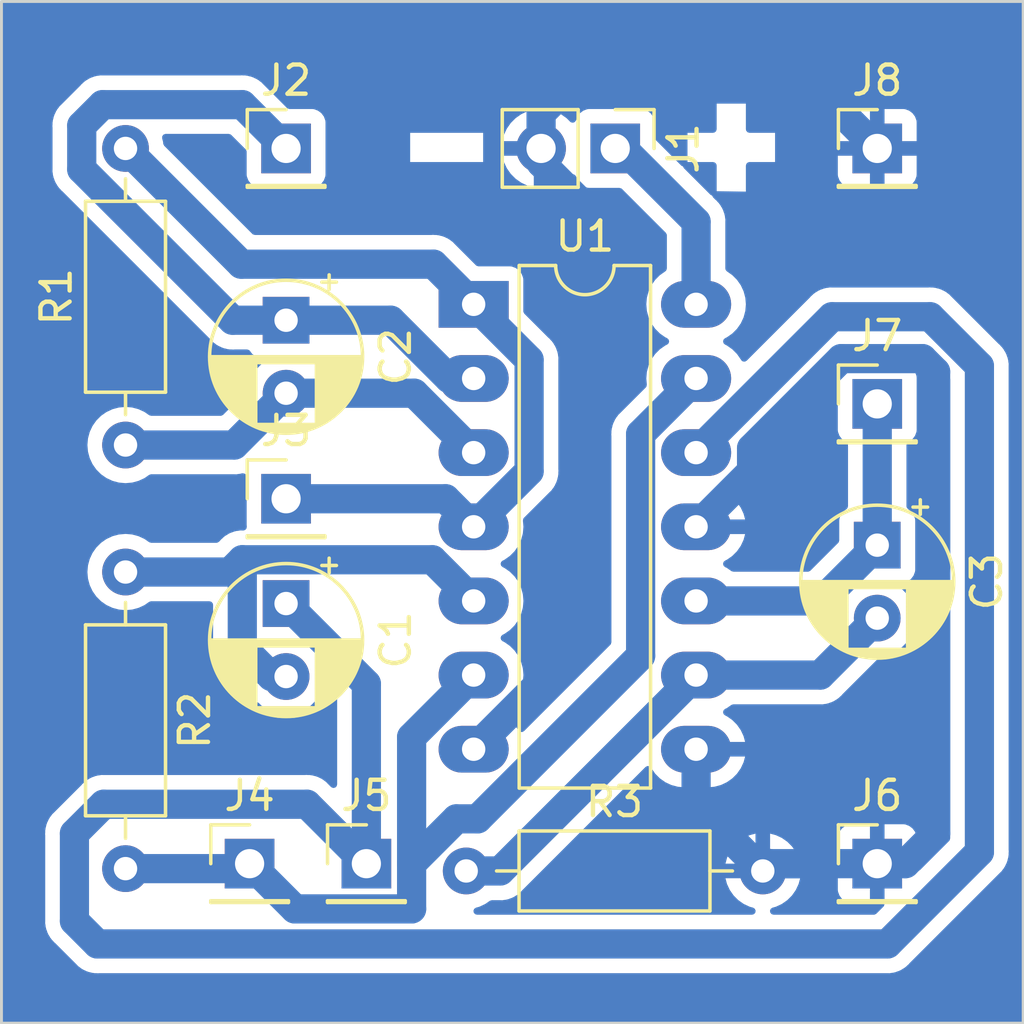
<source format=kicad_pcb>
(kicad_pcb (version 20221018) (generator pcbnew)
  (layers (0 "F.Cu" signal) (31 "B.Cu" signal) (34 "B.Paste" user) (35 "F.Paste" user) (36 "B.SilkS" user "B.Silkscreen") (37 "F.SilkS" user "F.Silkscreen") (38 "B.Mask" user) (39 "F.Mask" user) (44 "Edge.Cuts" user))
  (net 0 "")
  (net 1 "Net-(C1-Pad2)")
  (net 2 "Net-(C2-Pad2)")
  (net 3 "Net-(C3-Pad2)")
  (net 4 "Net-(J1-Pin_1)")
  (net 5 "Net-(J5-Pin_1)")
  (net 6 "Net-(J2-Pin_1)")
  (net 7 "Net-(J7-Pin_1)")
  (net 8 "Net-(J3-Pin_1)")
  (net 9 "Net-(J4-Pin_1)")
  (net 10 "Net-(J6-Pin_1)")
  (net 11 "GND")
  (footprint "Capacitor_THT:CP_Radial_D5.0mm_P2.50mm" (layer "F.Cu") (at 119.75 75.919888 -90)
    (fp_text reference "C2" (at 1.25 -3.75 90) (layer "F.SilkS"))
    (fp_text value "10u")
    (pad "1" thru_hole rect (at 0 0 270) (size 1.6 1.6) (drill 0.8) (layers "*.Cu" "*.Mask") (net 6 "Net-(J2-Pin_1)"))
    (pad "2" thru_hole circle (at 2.5 0 270) (size 1.6 1.6) (drill 0.8) (layers "*.Cu" "*.Mask") (net 2 "Net-(C2-Pad2)"))
  )
  (footprint "Connector_PinHeader_2.54mm:PinHeader_1x01_P2.54mm_Vertical" (layer "F.Cu") (at 119.75 82.035)
    (fp_text reference "J3" (at 0 -2.33) (layer "F.SilkS"))
    (fp_text value "Piezo+")
    (pad "1" thru_hole rect (at 0 0) (size 1.7 1.7) (drill 1) (layers "*.Cu" "*.Mask") (net 8 "Net-(J3-Pin_1)"))
  )
  (footprint "Connector_PinHeader_2.54mm:PinHeader_1x01_P2.54mm_Vertical" (layer "F.Cu") (at 118.5 94.535)
    (fp_text reference "J4" (at 0 -2.33) (layer "F.SilkS"))
    (fp_text value "Piezo+")
    (pad "1" thru_hole rect (at 0 0) (size 1.7 1.7) (drill 1) (layers "*.Cu" "*.Mask") (net 9 "Net-(J4-Pin_1)"))
  )
  (footprint "Connector_PinHeader_2.54mm:PinHeader_1x01_P2.54mm_Vertical" (layer "F.Cu") (at 122.5 94.535)
    (fp_text reference "J5" (at 0 -2.33) (layer "F.SilkS"))
    (fp_text value "Piezo+")
    (pad "1" thru_hole rect (at 0 0) (size 1.7 1.7) (drill 1) (layers "*.Cu" "*.Mask") (net 5 "Net-(J5-Pin_1)"))
  )
  (footprint "Connector_PinHeader_2.54mm:PinHeader_1x01_P2.54mm_Vertical" (layer "F.Cu") (at 119.75 70.035)
    (fp_text reference "J2" (at 0 -2.33) (layer "F.SilkS"))
    (fp_text value "Piezo+")
    (pad "1" thru_hole rect (at 0 0) (size 1.7 1.7) (drill 1) (layers "*.Cu" "*.Mask") (net 6 "Net-(J2-Pin_1)"))
  )
  (footprint "Package_DIP:DIP-14_W7.62mm_LongPads" (layer "F.Cu") (at 126.175 75.375)
    (fp_text reference "U1" (at 3.81 -2.33) (layer "F.SilkS"))
    (fp_text value "74HC14")
    (pad "1" thru_hole rect (at 0 0) (size 2.4 1.6) (drill 0.8) (layers "*.Cu" "*.Mask") (net 8 "Net-(J3-Pin_1)"))
    (pad "2" thru_hole oval (at 0 2.54) (size 2.4 1.6) (drill 0.8) (layers "*.Cu" "*.Mask") (net 6 "Net-(J2-Pin_1)"))
    (pad "3" thru_hole oval (at 0 5.08) (size 2.4 1.6) (drill 0.8) (layers "*.Cu" "*.Mask") (net 2 "Net-(C2-Pad2)"))
    (pad "4" thru_hole oval (at 0 7.62) (size 2.4 1.6) (drill 0.8) (layers "*.Cu" "*.Mask") (net 8 "Net-(J3-Pin_1)"))
    (pad "5" thru_hole oval (at 0 10.16) (size 2.4 1.6) (drill 0.8) (layers "*.Cu" "*.Mask") (net 1 "Net-(C1-Pad2)"))
    (pad "6" thru_hole oval (at 0 12.7) (size 2.4 1.6) (drill 0.8) (layers "*.Cu" "*.Mask") (net 9 "Net-(J4-Pin_1)"))
    (pad "7" thru_hole oval (at 0 15.24) (size 2.4 1.6) (drill 0.8) (layers "*.Cu" "*.Mask") (net 11 "GND"))
    (pad "8" thru_hole oval (at 7.62 15.24) (size 2.4 1.6) (drill 0.8) (layers "*.Cu" "*.Mask") (net 10 "Net-(J6-Pin_1)"))
    (pad "9" thru_hole oval (at 7.62 12.7) (size 2.4 1.6) (drill 0.8) (layers "*.Cu" "*.Mask") (net 3 "Net-(C3-Pad2)"))
    (pad "10" thru_hole oval (at 7.62 10.16) (size 2.4 1.6) (drill 0.8) (layers "*.Cu" "*.Mask") (net 7 "Net-(J7-Pin_1)"))
    (pad "11" thru_hole oval (at 7.62 7.62) (size 2.4 1.6) (drill 0.8) (layers "*.Cu" "*.Mask") (net 10 "Net-(J6-Pin_1)"))
    (pad "12" thru_hole oval (at 7.62 5.08) (size 2.4 1.6) (drill 0.8) (layers "*.Cu" "*.Mask") (net 5 "Net-(J5-Pin_1)"))
    (pad "13" thru_hole oval (at 7.62 2.54) (size 2.4 1.6) (drill 0.8) (layers "*.Cu" "*.Mask") (net 9 "Net-(J4-Pin_1)"))
    (pad "14" thru_hole oval (at 7.62 0) (size 2.4 1.6) (drill 0.8) (layers "*.Cu" "*.Mask") (net 4 "Net-(J1-Pin_1)"))
  )
  (footprint "Connector_PinHeader_2.54mm:PinHeader_1x02_P2.54mm_Vertical" (layer "F.Cu") (at 131.025 70.035 -90)
    (fp_text reference "J1" (at 0 -2.33 90) (layer "F.SilkS"))
    (fp_text value "SolarCell")
    (pad "1" thru_hole rect (at 0 0 270) (size 1.7 1.7) (drill 1) (layers "*.Cu" "*.Mask") (net 4 "Net-(J1-Pin_1)"))
    (pad "2" thru_hole oval (at 0 2.54 270) (size 1.7 1.7) (drill 1) (layers "*.Cu" "*.Mask") (net 11 "GND"))
  )
  (footprint "Connector_PinHeader_2.54mm:PinHeader_1x01_P2.54mm_Vertical" (layer "F.Cu") (at 140 78.785)
    (fp_text reference "J7" (at 0 -2.33) (layer "F.SilkS"))
    (fp_text value "Piezo+")
    (pad "1" thru_hole rect (at 0 0) (size 1.7 1.7) (drill 1) (layers "*.Cu" "*.Mask") (net 7 "Net-(J7-Pin_1)"))
  )
  (footprint "Capacitor_THT:CP_Radial_D5.0mm_P2.50mm" (layer "F.Cu") (at 119.75 85.625 -90)
    (fp_text reference "C1" (at 1.25 -3.75 90) (layer "F.SilkS"))
    (fp_text value "10u")
    (pad "1" thru_hole rect (at 0 0 270) (size 1.6 1.6) (drill 0.8) (layers "*.Cu" "*.Mask") (net 5 "Net-(J5-Pin_1)"))
    (pad "2" thru_hole circle (at 2.5 0 270) (size 1.6 1.6) (drill 0.8) (layers "*.Cu" "*.Mask") (net 1 "Net-(C1-Pad2)"))
  )
  (footprint "Connector_PinHeader_2.54mm:PinHeader_1x01_P2.54mm_Vertical" (layer "F.Cu") (at 140 70.035)
    (fp_text reference "J8" (at 0 -2.33) (layer "F.SilkS"))
    (fp_text value "Piezo-")
    (pad "1" thru_hole rect (at 0 0) (size 1.7 1.7) (drill 1) (layers "*.Cu" "*.Mask") (net 11 "GND"))
  )
  (footprint "Capacitor_THT:CP_Radial_D5.0mm_P2.50mm" (layer "F.Cu") (at 140 83.625 -90)
    (fp_text reference "C3" (at 1.25 -3.75 90) (layer "F.SilkS"))
    (fp_text value "10u")
    (pad "1" thru_hole rect (at 0 0 270) (size 1.6 1.6) (drill 0.8) (layers "*.Cu" "*.Mask") (net 7 "Net-(J7-Pin_1)"))
    (pad "2" thru_hole circle (at 2.5 0 270) (size 1.6 1.6) (drill 0.8) (layers "*.Cu" "*.Mask") (net 3 "Net-(C3-Pad2)"))
  )
  (footprint "Resistor_THT:R_Axial_DIN0207_L6.3mm_D2.5mm_P10.16mm_Horizontal" (layer "F.Cu") (at 114.25 80.195 90)
    (fp_text reference "R1" (at 5.08 -2.37 90) (layer "F.SilkS"))
    (fp_text value "10k")
    (pad "1" thru_hole circle (at 0 0 90) (size 1.6 1.6) (drill 0.8) (layers "*.Cu" "*.Mask") (net 2 "Net-(C2-Pad2)"))
    (pad "2" thru_hole oval (at 10.16 0 90) (size 1.6 1.6) (drill 0.8) (layers "*.Cu" "*.Mask") (net 8 "Net-(J3-Pin_1)"))
  )
  (footprint "Connector_PinHeader_2.54mm:PinHeader_1x01_P2.54mm_Vertical" (layer "F.Cu") (at 140 94.535)
    (fp_text reference "J6" (at 0 -2.33) (layer "F.SilkS"))
    (fp_text value "Piezo+")
    (pad "1" thru_hole rect (at 0 0) (size 1.7 1.7) (drill 1) (layers "*.Cu" "*.Mask") (net 10 "Net-(J6-Pin_1)"))
  )
  (footprint "Resistor_THT:R_Axial_DIN0207_L6.3mm_D2.5mm_P10.16mm_Horizontal" (layer "F.Cu") (at 114.25 84.545 -90)
    (fp_text reference "R2" (at 5.08 -2.37 90) (layer "F.SilkS"))
    (fp_text value "1k")
    (pad "1" thru_hole circle (at 0 0 270) (size 1.6 1.6) (drill 0.8) (layers "*.Cu" "*.Mask") (net 1 "Net-(C1-Pad2)"))
    (pad "2" thru_hole oval (at 10.16 0 270) (size 1.6 1.6) (drill 0.8) (layers "*.Cu" "*.Mask") (net 9 "Net-(J4-Pin_1)"))
  )
  (footprint "Resistor_THT:R_Axial_DIN0207_L6.3mm_D2.5mm_P10.16mm_Horizontal" (layer "F.Cu") (at 125.92 94.785)
    (fp_text reference "R3" (at 5.08 -2.37) (layer "F.SilkS"))
    (fp_text value "100")
    (pad "1" thru_hole circle (at 0 0) (size 1.6 1.6) (drill 0.8) (layers "*.Cu" "*.Mask") (net 3 "Net-(C3-Pad2)"))
    (pad "2" thru_hole oval (at 10.16 0) (size 1.6 1.6) (drill 0.8) (layers "*.Cu" "*.Mask") (net 10 "Net-(J6-Pin_1)"))
  )
  (gr_rect (start 110 65) (end 145 100) (stroke (width 0.1)) (fill none) (layer "Edge.Cuts"))
  (segment (start 118.25 84.125) (end 118.25 87.125) (width 1) (layer "B.Cu") (net 1))
  (segment (start 126.175 85.535) (end 124.765 84.125) (width 1) (layer "B.Cu") (net 1))
  (segment (start 118.25 87.125) (end 119.25 88.125) (width 1) (layer "B.Cu") (net 1))
  (segment (start 114.25 84.545) (end 117.83 84.545) (width 1) (layer "B.Cu") (net 1))
  (segment (start 124.765 84.125) (end 118.25 84.125) (width 1) (layer "B.Cu") (net 1))
  (segment (start 117.83 84.545) (end 118.25 84.125) (width 1) (layer "B.Cu") (net 1))
  (segment (start 119.25 88.125) (end 119.75 88.125) (width 1) (layer "B.Cu") (net 1))
  (segment (start 119.75 78.419888) (end 124.139888 78.419888) (width 1) (layer "B.Cu") (net 2))
  (segment (start 117.974888 80.195) (end 119.75 78.419888) (width 1) (layer "B.Cu") (net 2))
  (segment (start 114.25 80.195) (end 117.974888 80.195) (width 1) (layer "B.Cu") (net 2))
  (segment (start 124.139888 78.419888) (end 126.175 80.455) (width 1) (layer "B.Cu") (net 2))
  (segment (start 133.795 88.075) (end 138.05 88.075) (width 1) (layer "B.Cu") (net 3))
  (segment (start 127.085 94.785) (end 133.795 88.075) (width 1) (layer "B.Cu") (net 3))
  (segment (start 138.05 88.075) (end 140 86.125) (width 1) (layer "B.Cu") (net 3))
  (segment (start 125.92 94.785) (end 127.085 94.785) (width 1) (layer "B.Cu") (net 3))
  (segment (start 133.795 72.545) (end 131.285 70.035) (width 1) (layer "B.Cu") (net 4))
  (segment (start 131.285 70.035) (end 131.025 70.035) (width 1) (layer "B.Cu") (net 4))
  (segment (start 133.795 75.375) (end 133.795 72.545) (width 1) (layer "B.Cu") (net 4))
  (segment (start 112.5 96.5) (end 113.285 97.285) (width 1) (layer "B.Cu") (net 5))
  (segment (start 112.5 93.5) (end 112.5 96.5) (width 1) (layer "B.Cu") (net 5))
  (segment (start 122.5 88.375) (end 119.75 85.625) (width 1) (layer "B.Cu") (net 5))
  (segment (start 113.5 92.5) (end 112.5 93.5) (width 1) (layer "B.Cu") (net 5))
  (segment (start 143.5 77.487944) (end 141.812056 75.8) (width 1) (layer "B.Cu") (net 5))
  (segment (start 143.5 94.135) (end 143.5 77.487944) (width 1) (layer "B.Cu") (net 5))
  (segment (start 122.5 94.535) (end 120.465 92.5) (width 1) (layer "B.Cu") (net 5))
  (segment (start 141.812056 75.8) (end 138.45 75.8) (width 1) (layer "B.Cu") (net 5))
  (segment (start 138.45 75.8) (end 133.795 80.455) (width 1) (layer "B.Cu") (net 5))
  (segment (start 120.465 92.5) (end 113.5 92.5) (width 1) (layer "B.Cu") (net 5))
  (segment (start 140.35 97.285) (end 143.5 94.135) (width 1) (layer "B.Cu") (net 5))
  (segment (start 113.285 97.285) (end 140.35 97.285) (width 1) (layer "B.Cu") (net 5))
  (segment (start 122.5 94.535) (end 122.5 88.375) (width 1) (layer "B.Cu") (net 5))
  (segment (start 118.25 68.535) (end 113.465 68.535) (width 1) (layer "B.Cu") (net 6))
  (segment (start 117.919888 75.919888) (end 119.75 75.919888) (width 1) (layer "B.Cu") (net 6))
  (segment (start 126.175 77.915) (end 125.332056 77.915) (width 1) (layer "B.Cu") (net 6))
  (segment (start 123.336944 75.919888) (end 119.75 75.919888) (width 1) (layer "B.Cu") (net 6))
  (segment (start 112.75 70.75) (end 117.919888 75.919888) (width 1) (layer "B.Cu") (net 6))
  (segment (start 113.465 68.535) (end 112.75 69.25) (width 1) (layer "B.Cu") (net 6))
  (segment (start 125.332056 77.915) (end 123.336944 75.919888) (width 1) (layer "B.Cu") (net 6))
  (segment (start 112.75 69.25) (end 112.75 70.75) (width 1) (layer "B.Cu") (net 6))
  (segment (start 119.75 70.035) (end 118.25 68.535) (width 1) (layer "B.Cu") (net 6))
  (segment (start 133.795 85.535) (end 138.09 85.535) (width 1) (layer "B.Cu") (net 7))
  (segment (start 138.09 85.535) (end 140 83.625) (width 1) (layer "B.Cu") (net 7))
  (segment (start 140 78.785) (end 140 83.625) (width 1) (layer "B.Cu") (net 7))
  (segment (start 124.8 74) (end 126.175 75.375) (width 1) (layer "B.Cu") (net 8))
  (segment (start 126.175 82.995) (end 125.215 82.035) (width 1) (layer "B.Cu") (net 8))
  (segment (start 118.215 74) (end 124.8 74) (width 1) (layer "B.Cu") (net 8))
  (segment (start 128.075 81.095) (end 126.175 82.995) (width 1) (layer "B.Cu") (net 8))
  (segment (start 125.215 82.035) (end 119.75 82.035) (width 1) (layer "B.Cu") (net 8))
  (segment (start 128.075 77.275) (end 128.075 81.095) (width 1) (layer "B.Cu") (net 8))
  (segment (start 114.25 70.035) (end 118.215 74) (width 1) (layer "B.Cu") (net 8))
  (segment (start 126.175 75.375) (end 128.075 77.275) (width 1) (layer "B.Cu") (net 8))
  (segment (start 124.05 94.533679) (end 124.05 96.085) (width 1) (layer "B.Cu") (net 9))
  (segment (start 125.583679 93) (end 124.05 94.533679) (width 1) (layer "B.Cu") (net 9))
  (segment (start 126.175 88.075) (end 124.05 90.2) (width 1) (layer "B.Cu") (net 9))
  (segment (start 124.05 96.085) (end 120.05 96.085) (width 1) (layer "B.Cu") (net 9))
  (segment (start 131.895 79.815) (end 131.895 87.41632) (width 1) (layer "B.Cu") (net 9))
  (segment (start 120.05 96.085) (end 118.5 94.535) (width 1) (layer "B.Cu") (net 9))
  (segment (start 133.795 77.915) (end 131.895 79.815) (width 1) (layer "B.Cu") (net 9))
  (segment (start 131.895 87.41632) (end 126.31132 93) (width 1) (layer "B.Cu") (net 9))
  (segment (start 126.31132 93) (end 125.583679 93) (width 1) (layer "B.Cu") (net 9))
  (segment (start 124.05 90.2) (end 124.05 94.533679) (width 1) (layer "B.Cu") (net 9))
  (segment (start 118.33 94.705) (end 118.5 94.535) (width 1) (layer "B.Cu") (net 9))
  (segment (start 114.25 94.705) (end 118.33 94.705) (width 1) (layer "B.Cu") (net 9))
  (segment (start 142 93.5) (end 140.965 94.535) (width 1) (layer "B.Cu") (net 10))
  (segment (start 133.795 82.995) (end 135.695 81.095) (width 1) (layer "B.Cu") (net 10))
  (segment (start 135.695 80.305) (end 138.765 77.235) (width 1) (layer "B.Cu") (net 10))
  (segment (start 133.795 92.5) (end 136.08 94.785) (width 1) (layer "B.Cu") (net 10))
  (segment (start 141.55 77.235) (end 142 77.685) (width 1) (layer "B.Cu") (net 10))
  (segment (start 140.965 94.535) (end 140 94.535) (width 1) (layer "B.Cu") (net 10))
  (segment (start 136.33 94.535) (end 136.08 94.785) (width 1) (layer "B.Cu") (net 10))
  (segment (start 133.795 90.615) (end 133.795 92.5) (width 1) (layer "B.Cu") (net 10))
  (segment (start 138.765 77.235) (end 141.55 77.235) (width 1) (layer "B.Cu") (net 10))
  (segment (start 142 77.685) (end 142 93.5) (width 1) (layer "B.Cu") (net 10))
  (segment (start 140 94.535) (end 136.33 94.535) (width 1) (layer "B.Cu") (net 10))
  (segment (start 135.695 81.095) (end 135.695 80.305) (width 1) (layer "B.Cu") (net 10))
  (segment (start 128.485 70.035) (end 128.485 70.529976) (width 1) (layer "B.Cu") (net 11))
  (segment (start 128.485 70.529976) (end 130.2 72.244976) (width 1) (layer "B.Cu") (net 11))
  (segment (start 130.2 72.244976) (end 130.2 86.59) (width 1) (layer "B.Cu") (net 11))
  (segment (start 140 70.035) (end 137.465 67.5) (width 1) (layer "B.Cu") (net 11))
  (segment (start 137.465 67.5) (end 129.817919 67.5) (width 1) (layer "B.Cu") (net 11))
  (segment (start 129.817919 67.5) (end 128.485 68.832919) (width 1) (layer "B.Cu") (net 11))
  (segment (start 128.485 68.832919) (end 128.485 70.035) (width 1) (layer "B.Cu") (net 11))
  (segment (start 130.2 86.59) (end 126.175 90.615) (width 1) (layer "B.Cu") (net 11))
  (zone (net 0) (net_name "") (layer "B.Cu") (name "+") (connect_pads (clearance 0)) (min_thickness 0.25)
    (keepout (tracks not_allowed) (vias not_allowed) (pads not_allowed) (copperpour not_allowed) (footprints not_allowed))
    (fill (thermal_gap 0.5) (thermal_bridge_width 0.5))
    (polygon (pts (xy 133.5 69.5) (xy 134.5 69.5) (xy 134.5 68.5) (xy 135.5 68.5) (xy 135.5 69.5) (xy 136.5 69.5) (xy 136.5 70.5) (xy 135.5 70.5) (xy 135.5 71.514329) (xy 134.5 71.5) (xy 134.5 70.5) (xy 133.5 70.5)))
  )
  (zone (net 11) (net_name "GND") (layer "B.Cu") (connect_pads (clearance 0.5)) (min_thickness 0.25) (fill yes (thermal_gap 0.5) (thermal_bridge_width 0.5))
    (polygon (pts (xy 110 65) (xy 145 65) (xy 145 100) (xy 110 100)))
  )
  (zone (net 0) (net_name "") (layer "B.Cu") (name "-") (connect_pads (clearance 0)) (min_thickness 0.25)
    (keepout (tracks not_allowed) (vias not_allowed) (pads not_allowed) (copperpour not_allowed) (footprints not_allowed))
    (fill (thermal_gap 0.5) (thermal_bridge_width 0.5))
    (polygon (pts (xy 124 69.5) (xy 126.5 69.5) (xy 126.5 70.5) (xy 124 70.5)))
  )
  (zone (net 10) (net_name "Net-(J6-Pin_1)") (layer "B.Cu") (priority 1) (connect_pads (clearance 0.5)) (min_thickness 0.25) (fill yes (thermal_gap 0.5) (thermal_bridge_width 0.5))
    (polygon (pts (xy 142.5 77) (xy 142.609242 94.321912) (xy 140 97) (xy 124.5 97) (xy 124.5 94.37876) (xy 133.510066 86.204924) (xy 133.429607 80.570393) (xy 138 76) (xy 141.5 76)))
  )
)
</source>
